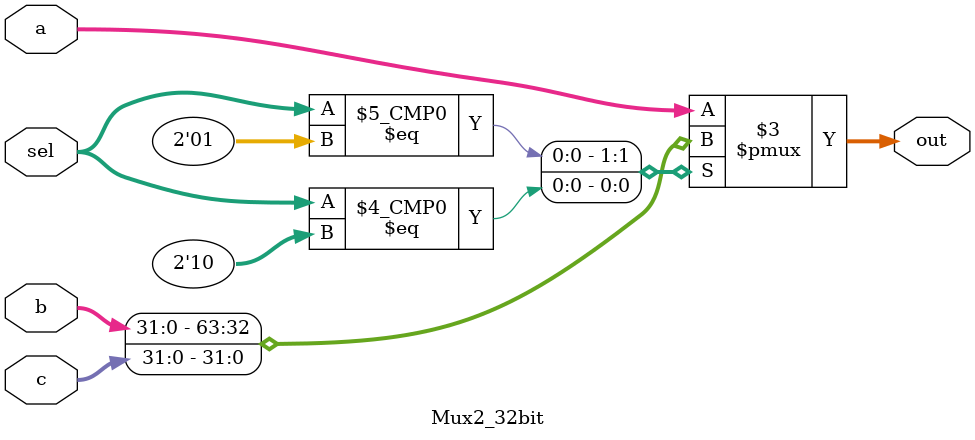
<source format=v>
`timescale 1ns / 1ps


module Control(
    input [6:0] opcode,
    input control_src,
    output reg branch,
    output reg memRead,
    output reg memToReg,
    output reg [1:0] ALUop,
    output reg memWrite,
    output reg ALUsrc,
    output reg regWrite,
    output reg jump,
    output reg jumpReturn

);
    always @(*) begin
        if (control_src == 1'b0) begin
            branch <= 1'b0;
            memRead <= 1'b0;
            memToReg <= 1'b0;
            ALUop <= 2'b00;
            memWrite <= 1'b0;
            ALUsrc <= 1'b0;
            regWrite <= 1'b0;
            jump <= 1'b0;
            jumpReturn <= 1'b0;
        end
        else case (opcode)
            // R-type
            7'b0110011: begin
                branch <= 1'b0;
                memRead <= 1'b0;
                memToReg <= 1'b0;
                ALUop <= 2'b10;
                memWrite <= 1'b0;
                ALUsrc <= 1'b0;
                regWrite <= 1'b1;
                jump <= 1'b0;
                jumpReturn <= 1'b0;
            end
            // I-type
            // lw
            7'b0000011: begin
                branch <= 1'b0;
                memRead <= 1'b1;
                memToReg <= 1'b1;
                ALUop <= 2'b00;
                memWrite <= 1'b0;
                ALUsrc <= 1'b1;
                regWrite <= 1'b1;
                jump <= 1'b0;
                jumpReturn <= 1'b0;
            end
            // addi, andi, slli, srli
            7'b0010011: begin
                branch <= 1'b0;
                memRead <= 1'b0;
                memToReg <= 1'b0;
                ALUop <= 2'b00;
                memWrite <= 1'b0;
                ALUsrc <= 1'b1;
                regWrite <= 1'b1;
                jump <= 1'b0;
                jumpReturn <= 1'b0;
            end
            // jalr
            7'b1100111: begin
                branch <= 1'b0;
                memRead <= 1'b0;
                memToReg <= 1'b0;
                ALUop <= 2'b00;
                memWrite <= 1'b0;
                ALUsrc <= 1'b1;
                regWrite <= 1'b1;
                jump <= 1'b0;
                jumpReturn <= 1'b1;
            end
            // S-type
            7'b0100011: begin
                branch <= 1'b0;
                memRead <= 1'b0;
                memToReg <= 1'b0;
                ALUop <= 2'b00;
                memWrite <= 1'b1;
                ALUsrc <= 1'b1;
                regWrite <= 1'b0;
                jump <= 1'b0;
                jumpReturn <= 1'b0;
            end
            // B-type
            7'b1100011: begin
                branch <= 1'b1;
                memRead <= 1'b0;
                memToReg <= 1'b0;
                ALUop <= 2'b01;
                memWrite <= 1'b0;
                ALUsrc <= 1'b0;
                regWrite <= 1'b0;
                jump <= 1'b0;
                jumpReturn <= 1'b0;
            end
            // J-type
            7'b1101111: begin
                branch <= 1'b0;
                memRead <= 1'b0;
                memToReg <= 1'b0;
                ALUop <= 2'b00;
                memWrite <= 1'b0;
                ALUsrc <= 1'b1;
                regWrite <= 1'b1;
                jump <= 1'b1;
                jumpReturn <= 1'b0;
            end
            default: begin
                branch <= 1'b0;
                memRead <= 1'b0;
                memToReg <= 1'b0;
                ALUop <= 2'b00;
                memWrite <= 1'b0;
                ALUsrc <= 1'b0;
                regWrite <= 1'b0;
                jump <= 1'b0;
                jumpReturn <= 1'b0;
            end
        endcase // opcode
    end
endmodule : Control

module ALUcontrol (
    input [3:0] instruction,
    input [1:0] ALUop,
    output reg [3:0] ALUctrl,
    output reg [1:0] bType,
    output reg asByte,
    output reg asUnsigned
    
);
    always @(*) begin
        case (ALUop)
            2'b00: begin
                // andi
                if (instruction[2:0] == 3'b111) begin
                    ALUctrl <= 4'b0000;
                    bType <= 2'b00;
                    asByte <= 1'b0;
                    asUnsigned <= 1'b0;
                end
                // slli
                else if (instruction[2:0] == 3'b001) begin
                    ALUctrl <= 4'b0011;
                    bType <= 2'b00;
                    asByte <= 1'b0;
                    asUnsigned <= 1'b0;
                end
                // srli
                else if (instruction[2:0] == 3'b101) begin
                    ALUctrl <= 4'b0111;
                    bType <= 2'b00;
                    asByte <= 1'b0;
                    asUnsigned <= 1'b0;
                end
                // lb, sb
                else if (instruction[2:0] == 3'b000) begin
                    ALUctrl <= 4'b0010;
                    bType <= 2'b00;
                    asByte <= 1'b1;
                    asUnsigned <= 1'b0;
                end
                // lbu
                else if (instruction[2:0] == 3'b100) begin
                    ALUctrl <= 4'b0010;
                    bType <= 2'b00;
                    asByte <= 1'b1;
                    asUnsigned <= 1'b1;
                end
                // lw, sw, addi, jal, jalr
                else begin
                    ALUctrl <= 4'b0010;
                    bType <= 2'b00;
                    asByte <= 1'b0;
                    asUnsigned <= 1'b0;
                end
            end
            2'b01: begin
                // beq
                if (instruction[2:0] == 3'b000) begin
                    ALUctrl <= 4'b0110;
                    bType <= 2'b00;
                    asByte <= 1'b0;
                    asUnsigned <= 1'b0;
                end
                // bType
                else if (instruction[2:0] == 3'b001) begin
                    ALUctrl <= 4'b0110;
                    bType <= 2'b01;
                    asByte <= 1'b0;
                    asUnsigned <= 1'b0;
                end
                // bge
                else if (instruction[2:0] == 3'b101) begin
                    ALUctrl <= 4'b0110;
                    bType <= 2'b10;
                    asByte <= 1'b0;
                    asUnsigned <= 1'b0;
                end
                // blt
                else if (instruction[2:0] == 3'b100) begin
                    ALUctrl <= 4'b0110;
                    bType <= 2'b11;
                    asByte <= 1'b0;
                    asUnsigned <= 1'b0;
                end
                else begin
                    ALUctrl <= 4'b0000;
                    bType <= 2'b00;
                    asByte <= 1'b0;
                    asUnsigned <= 1'b0;
                end
            end
            2'b10: begin
                // add
                if (instruction[2:0] == 3'b000 && instruction[3] == 1'b0) begin
                    ALUctrl <= 4'b0010;
                    bType <= 2'b00;
                    asByte <= 1'b0;
                    asUnsigned <= 1'b0;
                end
                // sub
                else if (instruction[2:0] == 3'b000 && instruction[3] == 1'b1) begin
                    ALUctrl <= 4'b0110;
                    bType <= 2'b00;
                    asByte <= 1'b0;
                    asUnsigned <= 1'b0;
                end
                // and
                else if (instruction[2:0] == 3'b111) begin
                    ALUctrl <= 4'b0000;
                    bType <= 2'b00;
                    asByte <= 1'b0;
                    asUnsigned <= 1'b0;
                end
                // or
                else if (instruction[2:0] == 3'b110) begin
                    ALUctrl <= 4'b0001;
                    bType <= 2'b00;
                    asByte <= 1'b0;
                    asUnsigned <= 1'b0;
                end
                // sll
                else if (instruction[2:0] == 3'b001) begin
                    ALUctrl <= 4'b0011;
                    bType <= 2'b00;
                    asByte <= 1'b0;
                    asUnsigned <= 1'b0;
                end
                // srl
                else if (instruction[2:0] == 3'b101 && instruction[3] == 1'b0) begin
                    ALUctrl <= 4'b0111;
                    bType <= 2'b00;
                    asByte <= 1'b0;
                    asUnsigned <= 1'b0;
                end
                // sra
                else if (instruction[2:0] == 3'b101 && instruction[3] == 1'b1) begin
                    ALUctrl <= 4'b1000;
                    bType <= 2'b00;
                    asByte <= 1'b0;
                    asUnsigned <= 1'b0;
                end
                else begin
                    ALUctrl <= 4'b0000;
                    bType <= 2'b00;
                    asByte <= 1'b0;
                    asUnsigned <= 1'b0;
                end
            end
            default: begin
                ALUctrl <= 4'b0000;
                bType <= 2'b00;
                asByte <= 1'b0;
                asUnsigned <= 1'b0;
            end
        endcase
    end
endmodule : ALUcontrol

module BranchCheck (
    input [3:0] instruction,
    input [1:0] ALUop,
    output reg [1:0] bType
    
);
    always @ (*)
        if (ALUop == 2'b10) begin
            case (instruction[2:0])
                3'b000:
                    bType <= 2'b00;
                3'b001:
                    bType <= 2'b01;
                3'b101:
                    bType <= 2'b10;
                3'b100:
                    bType <= 2'b11;
                default:
                    bType <= 2'b00;
            endcase
        end
endmodule : BranchCheck

module Mux32bit (
    input [31:0] a,
    input [31:0] b,
    input sel,
    output [31:0] out
    
);
    assign out = (sel)? b: a;
endmodule : Mux32bit

module Mux2_32bit (
    input [31:0] a,
    input [31:0] b,
    input [31:0] c,
    input [1:0] sel,
    output reg [31:0] out
    
);
    always @ (*) begin
        case (sel)
            2'b00:
                out = a;
            2'b01:
                out = b;
            2'b10:
                out = c;
            default : out = a;
        endcase
    end
endmodule : Mux2_32bit
</source>
